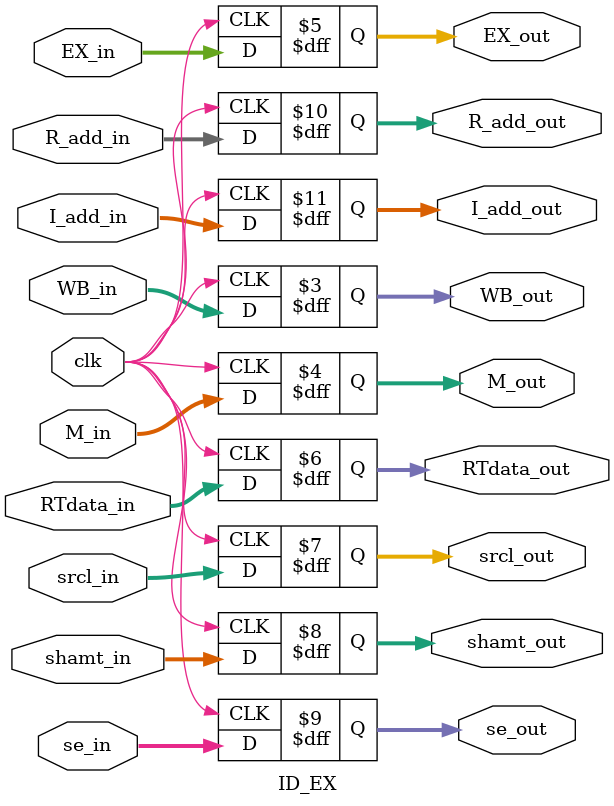
<source format=v>
module ID_EX(
    input clk,
    input [1:0]WB_in,
    input [1:0]M_in,
    input [4:0]EX_in,
    input [31:0] RTdata_in,
    input [31:0] srcl_in,
    input [4:0] shamt_in,
    input [31:0] se_in,
    input [4:0] R_add_in,
    input [4:0] I_add_in,

    output reg [1:0]WB_out,
    output reg [1:0]M_out,
    output reg [4:0]EX_out,
    output reg [31:0] RTdata_out,
    output reg [31:0] srcl_out,
    output reg [4:0] shamt_out,
    output reg [31:0]se_out,
    output reg [4:0]R_add_out,
    output reg [4:0]I_add_out
);

initial begin
        WB_out = 2'b0;
        M_out = 2'b0;
        EX_out = 5'b0;
        RTdata_out = 32'b0;
        srcl_out = 32'b0;
        shamt_out = 5'b0;
        se_out = 32'b0;
        R_add_out = 5'b0;
        I_add_out = 5'b0;
end

always @(posedge clk)begin
        WB_out = WB_in;
        M_out = M_in;
        EX_out = EX_in;
        RTdata_out = RTdata_in;
        srcl_out = srcl_in;
        shamt_out = shamt_in;
        se_out = se_in;
        R_add_out = R_add_in;
        I_add_out = I_add_in;
end

endmodule
</source>
